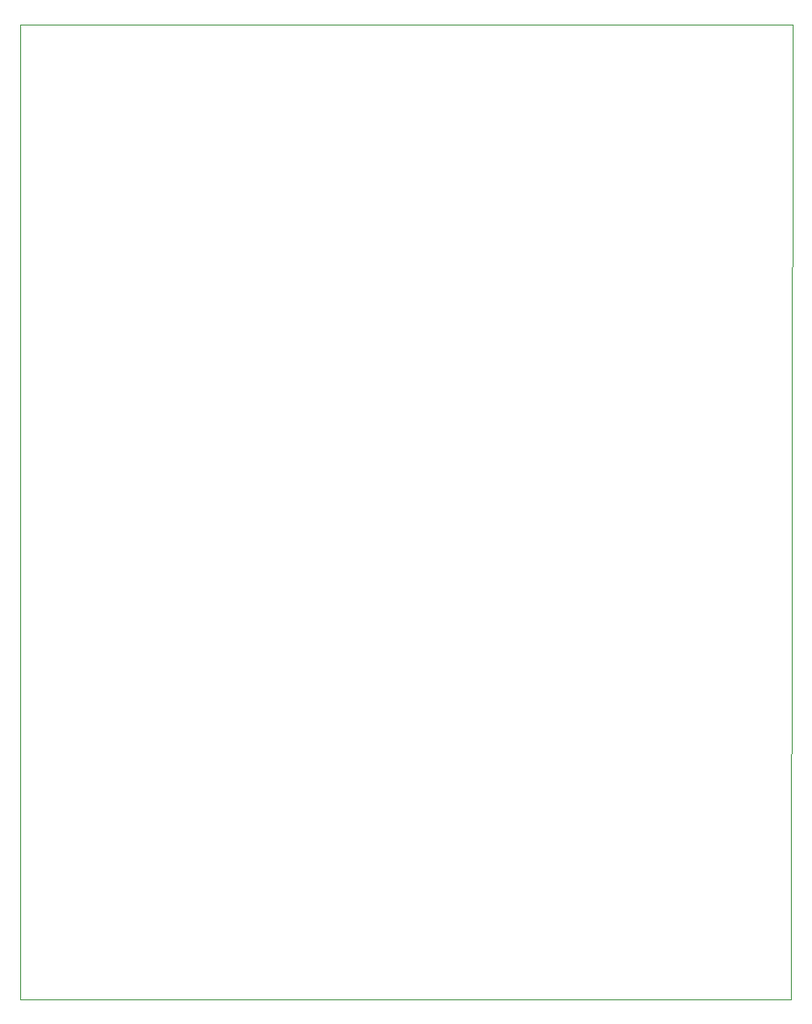
<source format=gm1>
G04 #@! TF.GenerationSoftware,KiCad,Pcbnew,(5.1.2-1)-1*
G04 #@! TF.CreationDate,2019-09-02T17:54:29+01:00*
G04 #@! TF.ProjectId,tranZPUter,7472616e-5a50-4557-9465-722e6b696361,rev?*
G04 #@! TF.SameCoordinates,Original*
G04 #@! TF.FileFunction,Profile,NP*
%FSLAX46Y46*%
G04 Gerber Fmt 4.6, Leading zero omitted, Abs format (unit mm)*
G04 Created by KiCad (PCBNEW (5.1.2-1)-1) date 2019-09-02 17:54:29*
%MOMM*%
%LPD*%
G04 APERTURE LIST*
%ADD10C,0.100000*%
G04 APERTURE END LIST*
D10*
X55127000Y-145000000D02*
X55127000Y-51147000D01*
X129422000Y-145000000D02*
X55127000Y-145000000D01*
X129549000Y-51147000D02*
X129422000Y-145000000D01*
X55127000Y-51147000D02*
X129549000Y-51147000D01*
M02*

</source>
